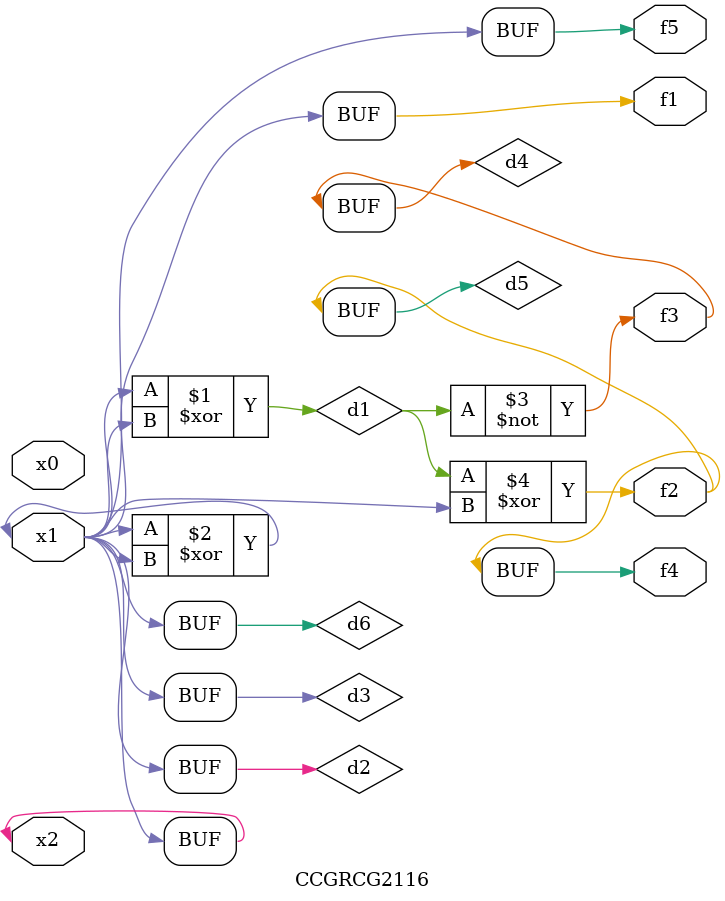
<source format=v>
module CCGRCG2116(
	input x0, x1, x2,
	output f1, f2, f3, f4, f5
);

	wire d1, d2, d3, d4, d5, d6;

	xor (d1, x1, x2);
	buf (d2, x1, x2);
	xor (d3, x1, x2);
	nor (d4, d1);
	xor (d5, d1, d2);
	buf (d6, d2, d3);
	assign f1 = d6;
	assign f2 = d5;
	assign f3 = d4;
	assign f4 = d5;
	assign f5 = d6;
endmodule

</source>
